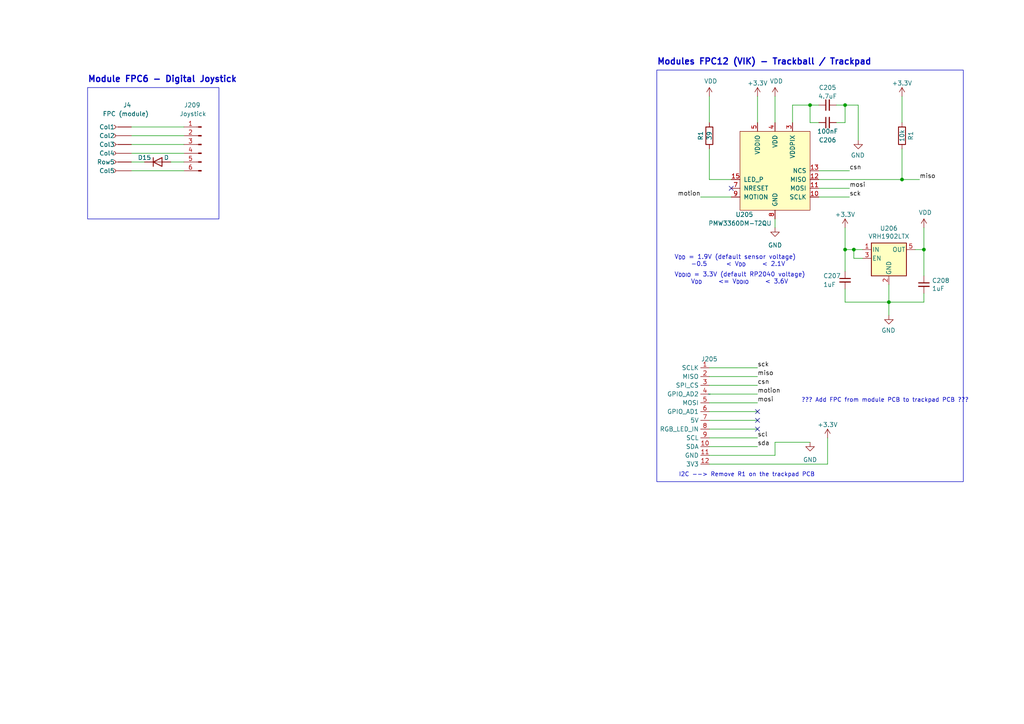
<source format=kicad_sch>
(kicad_sch (version 20230121) (generator eeschema)
  (paper "A4")
  (lib_symbols
    (symbol "Connector:Conn_01x06_Pin" (pin_names (offset 1.016) hide)
      (property "Reference" "J" (at 0 7.62 0))
      (property "Value" "Conn_01x06_Pin" (at 0 -10.16 0))
      (symbol "Conn_01x06_Pin_1_1"
        (polyline (pts (xy 1.27 -7.62) (xy 0.8636 -7.62)) (stroke (width 0.1524)))
        (polyline (pts (xy 1.27 -5.08) (xy 0.8636 -5.08)) (stroke (width 0.1524)))
        (polyline (pts (xy 1.27 -2.54) (xy 0.8636 -2.54)) (stroke (width 0.1524)))
        (polyline (pts (xy 1.27 0) (xy 0.8636 0)) (stroke (width 0.1524)))
        (polyline (pts (xy 1.27 2.54) (xy 0.8636 2.54)) (stroke (width 0.1524)))
        (polyline (pts (xy 1.27 5.08) (xy 0.8636 5.08)) (stroke (width 0.1524)))
        (rectangle (start 0.8636 -7.493) (end 0 -7.747) (stroke (width 0.1524)) (fill (type outline)))
        (rectangle (start 0.8636 -4.953) (end 0 -5.207) (stroke (width 0.1524)) (fill (type outline)))
        (rectangle (start 0.8636 -2.413) (end 0 -2.667) (stroke (width 0.1524)) (fill (type outline)))
        (rectangle (start 0.8636 0.127) (end 0 -0.127) (stroke (width 0.1524)) (fill (type outline)))
        (rectangle (start 0.8636 2.667) (end 0 2.413) (stroke (width 0.1524)) (fill (type outline)))
        (rectangle (start 0.8636 5.207) (end 0 4.953) (stroke (width 0.1524)) (fill (type outline)))
        (pin passive line (at 5.08 5.08 180) (length 3.81) (name "Pin_1") (number "1"))
        (pin passive line (at 5.08 2.54 180) (length 3.81) (name "Pin_2") (number "2"))
        (pin passive line (at 5.08 0 180) (length 3.81) (name "Pin_3") (number "3"))
        (pin passive line (at 5.08 -2.54 180) (length 3.81) (name "Pin_4") (number "4"))
        (pin passive line (at 5.08 -5.08 180) (length 3.81) (name "Pin_5") (number "5"))
        (pin passive line (at 5.08 -7.62 180) (length 3.81) (name "Pin_6") (number "6"))
      )
    )
    (symbol "Connector:Conn_01x06_Socket" (pin_numbers hide) (pin_names (offset 1.016))
      (property "Reference" "J207" (at -5.08 11.43 0))
      (property "Value" "FPC (module)" (at -10.16 8.89 0))
      (symbol "Conn_01x06_Socket_1_1"
        (arc (start 0 -7.112) (mid -0.5058 -7.62) (end 0 -8.128) (stroke (width 0.1524)))
        (arc (start 0 -4.572) (mid -0.5058 -5.08) (end 0 -5.588) (stroke (width 0.1524)))
        (arc (start 0 -2.032) (mid -0.5058 -2.54) (end 0 -3.048) (stroke (width 0.1524)))
        (polyline (pts (xy -1.27 -7.62) (xy -0.508 -7.62)) (stroke (width 0.1524)))
        (polyline (pts (xy -1.27 -5.08) (xy -0.508 -5.08)) (stroke (width 0.1524)))
        (polyline (pts (xy -1.27 -2.54) (xy -0.508 -2.54)) (stroke (width 0.1524)))
        (polyline (pts (xy -1.27 0) (xy -0.508 0)) (stroke (width 0.1524)))
        (polyline (pts (xy -1.27 2.54) (xy -0.508 2.54)) (stroke (width 0.1524)))
        (polyline (pts (xy -1.27 5.08) (xy -0.508 5.08)) (stroke (width 0.1524)))
        (arc (start 0 0.508) (mid -0.5058 0) (end 0 -0.508) (stroke (width 0.1524)))
        (arc (start 0 3.048) (mid -0.5058 2.54) (end 0 2.032) (stroke (width 0.1524)))
        (arc (start 0 5.588) (mid -0.5058 5.08) (end 0 4.572) (stroke (width 0.1524)))
        (pin passive line (at -5.08 5.08 0) (length 3.81) (name "Pin_1") (number "1") (alternate "Col1" input line))
        (pin passive line (at -5.08 2.54 0) (length 3.81) (name "Pin_2") (number "2") (alternate "Col2" input line))
        (pin passive line (at -5.08 0 0) (length 3.81) (name "Pin_3") (number "3") (alternate "Col3" input line))
        (pin passive line (at -5.08 -2.54 0) (length 3.81) (name "Pin_4") (number "4") (alternate "Col4" input line))
        (pin passive line (at -5.08 -5.08 0) (length 3.81) (name "Pin_5") (number "5") (alternate "Row5" output line))
        (pin passive line (at -5.08 -7.62 0) (length 3.81) (name "Pin_6") (number "6") (alternate "Col5" input line))
      )
    )
    (symbol "Device:C_Small" (pin_numbers hide) (pin_names (offset 0.254) hide)
      (property "Reference" "C" (at 0.254 1.778 0))
      (property "Value" "C_Small" (at 0.254 -2.032 0))
      (symbol "C_Small_0_1"
        (polyline (pts (xy -1.524 -0.508) (xy 1.524 -0.508)) (stroke (width 0.3302)))
        (polyline (pts (xy -1.524 0.508) (xy 1.524 0.508)) (stroke (width 0.3048)))
      )
      (symbol "C_Small_1_1"
        (pin passive line (at 0 2.54 270) (length 2.032) (name "~") (number "1"))
        (pin passive line (at 0 -2.54 90) (length 2.032) (name "~") (number "2"))
      )
    )
    (symbol "Device:D" (pin_numbers hide) (pin_names (offset 1.016) hide)
      (property "Reference" "D" (at 0 2.54 0))
      (property "Value" "D" (at 0 -2.54 0))
      (symbol "D_0_1"
        (polyline (pts (xy -1.27 1.27) (xy -1.27 -1.27)) (stroke (width 0.254)))
        (polyline (pts (xy 1.27 0) (xy -1.27 0)))
        (polyline (pts (xy 1.27 1.27) (xy 1.27 -1.27) (xy -1.27 0) (xy 1.27 1.27)) (stroke (width 0.254)))
      )
      (symbol "D_1_1"
        (pin passive line (at -3.81 0 0) (length 2.54) (name "K") (number "1"))
        (pin passive line (at 3.81 0 180) (length 2.54) (name "A") (number "2"))
      )
    )
    (symbol "Device:R" (pin_numbers hide) (pin_names (offset 0))
      (property "Reference" "R" (at 2.032 0 90))
      (property "Value" "R" (at 0 0 90))
      (symbol "R_0_1"
        (rectangle (start -1.016 -2.54) (end 1.016 2.54) (stroke (width 0.254)))
      )
      (symbol "R_1_1"
        (pin passive line (at 0 3.81 270) (length 1.27) (name "~") (number "1"))
        (pin passive line (at 0 -3.81 90) (length 1.27) (name "~") (number "2"))
      )
    )
    (symbol "Echinos:PMW3360DM-T2QU" (pin_names (offset 1.016))
      (property "Reference" "U8" (at -7.62 -13.97 0))
      (property "Value" "PMW3360DM-T2QU" (at 10.16 -13.97 0))
      (symbol "PMW3360DM-T2QU_0_1"
        (rectangle (start -10.16 10.16) (end 10.16 -12.7) (fill (type background)))
      )
      (symbol "PMW3360DM-T2QU_1_1"
        (pin no_connect line (at -12.7 0 0) (length 2.54) hide (name "NC") (number "1"))
        (pin input line (at 12.7 -8.89 180) (length 2.54) (name "SCLK") (number "10"))
        (pin input line (at 12.7 -6.35 180) (length 2.54) (name "MOSI") (number "11"))
        (pin output line (at 12.7 -3.81 180) (length 2.54) (name "MISO") (number "12"))
        (pin input line (at 12.7 -1.27 180) (length 2.54) (name "NCS") (number "13"))
        (pin no_connect line (at -12.7 10.16 0) (length 2.54) hide (name "NC") (number "14"))
        (pin input line (at -12.7 -3.81 0) (length 2.54) (name "LED_P") (number "15"))
        (pin no_connect line (at -12.7 2.54 0) (length 2.54) hide (name "NC") (number "16"))
        (pin no_connect line (at -12.7 5.08 0) (length 2.54) hide (name "NC") (number "2"))
        (pin power_in line (at 5.08 12.7 270) (length 2.54) (name "VDDPIX") (number "3"))
        (pin power_in line (at 0 12.7 270) (length 2.54) (name "VDD") (number "4"))
        (pin power_in line (at -5.08 12.7 270) (length 2.54) (name "VDDIO") (number "5"))
        (pin no_connect line (at -12.7 7.62 0) (length 2.54) hide (name "NC") (number "6"))
        (pin input line (at -12.7 -6.35 0) (length 2.54) (name "NRESET") (number "7"))
        (pin power_in line (at 0 -15.24 90) (length 2.54) (name "GND") (number "8"))
        (pin output line (at -12.7 -8.89 0) (length 2.54) (name "MOTION") (number "9"))
      )
    )
    (symbol "Regulator_Linear:TLV70019_SOT23-5" (pin_names (offset 0.254))
      (property "Reference" "U" (at -3.81 5.715 0))
      (property "Value" "TLV70019_SOT23-5" (at 0 5.715 0))
      (symbol "TLV70019_SOT23-5_0_1"
        (rectangle (start -5.08 4.445) (end 5.08 -5.08) (stroke (width 0.254)) (fill (type background)))
      )
      (symbol "TLV70019_SOT23-5_1_1"
        (pin power_in line (at -7.62 2.54 0) (length 2.54) (name "IN") (number "1"))
        (pin power_in line (at 0 -7.62 90) (length 2.54) (name "GND") (number "2"))
        (pin input line (at -7.62 0 0) (length 2.54) (name "EN") (number "3"))
        (pin no_connect line (at 5.08 0 180) (length 2.54) hide (name "NC") (number "4"))
        (pin power_out line (at 7.62 2.54 180) (length 2.54) (name "OUT") (number "5"))
      )
    )
    (symbol "Vik:vik-module-connector"
      (property "Reference" "J" (at 0 17.78 0))
      (symbol "vik-module-connector_1_1"
        (pin input line (at 0 13.97 0) (length 2.54) (name "SCLK") (number "1"))
        (pin input line (at 0 -8.89 0) (length 2.54) (name "SDA") (number "10"))
        (pin power_in line (at 0 -11.43 0) (length 2.54) (name "GND") (number "11"))
        (pin power_in line (at 0 -13.97 0) (length 2.54) (name "3V3") (number "12"))
        (pin input line (at 0 11.43 0) (length 2.54) (name "MISO") (number "2"))
        (pin input line (at 0 8.89 0) (length 2.54) (name "SPI_CS") (number "3"))
        (pin input line (at 0 6.35 0) (length 2.54) (name "GPIO_AD2") (number "4"))
        (pin input line (at 0 3.81 0) (length 2.54) (name "MOSI") (number "5"))
        (pin input line (at 0 1.27 0) (length 2.54) (name "GPIO_AD1") (number "6"))
        (pin power_in line (at 0 -1.27 0) (length 2.54) (name "5V") (number "7"))
        (pin input line (at 0 -3.81 0) (length 2.54) (name "RGB_LED_IN") (number "8"))
        (pin input line (at 0 -6.35 0) (length 2.54) (name "SCL") (number "9"))
      )
    )
    (symbol "power:+3.3V" (power) (pin_names (offset 0))
      (property "Value" "+3.3V" (at 0 3.556 0))
      (symbol "+3.3V_0_1"
        (polyline (pts (xy -0.762 1.27) (xy 0 2.54)))
        (polyline (pts (xy 0 0) (xy 0 2.54)))
        (polyline (pts (xy 0 2.54) (xy 0.762 1.27)))
      )
      (symbol "+3.3V_1_1"
        (pin power_in line (at 0 0 90) (length 0) hide (name "+3.3V") (number "1"))
      )
    )
    (symbol "power:GND" (power) (pin_names (offset 0))
      (property "Value" "GND" (at 0 -3.81 0))
      (symbol "GND_0_1"
        (polyline (pts (xy 0 0) (xy 0 -1.27) (xy 1.27 -1.27) (xy 0 -2.54) (xy -1.27 -1.27) (xy 0 -1.27)))
      )
      (symbol "GND_1_1"
        (pin power_in line (at 0 0 270) (length 0) hide (name "GND") (number "1"))
      )
    )
    (symbol "power:VDD" (power) (pin_names (offset 0))
      (property "Value" "VDD" (at 0 3.81 0))
      (symbol "VDD_0_1"
        (polyline (pts (xy -0.762 1.27) (xy 0 2.54)))
        (polyline (pts (xy 0 0) (xy 0 2.54)))
        (polyline (pts (xy 0 2.54) (xy 0.762 1.27)))
      )
      (symbol "VDD_1_1"
        (pin power_in line (at 0 0 90) (length 0) hide (name "VDD") (number "1"))
      )
    )
  )
  (junction (at 245.11 72.39))
  (junction (at 257.81 87.63))
  (junction (at 245.11 30.48))
  (junction (at 261.62 52.07))
  (junction (at 267.97 72.39))
  (junction (at 247.65 72.39))
  (junction (at 234.95 30.48))
  (no_connect (at 212.09 54.61))
  (no_connect (at 219.71 121.92))
  (no_connect (at 219.71 119.38))
  (no_connect (at 219.71 124.46))
  (wire (pts (xy 219.71 127) (xy 205.74 127)))
  (wire (pts (xy 245.11 83.82) (xy 245.11 87.63)))
  (wire (pts (xy 224.79 63.5) (xy 224.79 66.04)))
  (wire (pts (xy 257.81 91.44) (xy 257.81 87.63)))
  (wire (pts (xy 245.11 87.63) (xy 257.81 87.63)))
  (wire (pts (xy 248.92 30.48) (xy 245.11 30.48)))
  (wire (pts (xy 219.71 111.76) (xy 205.74 111.76)))
  (wire (pts (xy 38.1 49.53) (xy 53.34 49.53)))
  (wire (pts (xy 49.53 46.99) (xy 53.34 46.99)))
  (wire (pts (xy 38.1 41.91) (xy 53.34 41.91)))
  (wire (pts (xy 219.71 109.22) (xy 205.74 109.22)))
  (wire (pts (xy 219.71 119.38) (xy 205.74 119.38)))
  (wire (pts (xy 234.95 35.56) (xy 237.49 35.56)))
  (wire (pts (xy 203.2 57.15) (xy 212.09 57.15)))
  (wire (pts (xy 237.49 52.07) (xy 261.62 52.07)))
  (wire (pts (xy 38.1 36.83) (xy 53.34 36.83)))
  (wire (pts (xy 205.74 52.07) (xy 205.74 43.18)))
  (wire (pts (xy 219.71 106.68) (xy 205.74 106.68)))
  (wire (pts (xy 38.1 44.45) (xy 53.34 44.45)))
  (wire (pts (xy 240.03 134.62) (xy 205.74 134.62)))
  (wire (pts (xy 242.57 35.56) (xy 245.11 35.56)))
  (wire (pts (xy 224.79 27.94) (xy 224.79 35.56)))
  (wire (pts (xy 234.95 30.48) (xy 234.95 35.56)))
  (wire (pts (xy 38.1 46.99) (xy 41.91 46.99)))
  (wire (pts (xy 267.97 66.04) (xy 267.97 72.39)))
  (wire (pts (xy 267.97 80.01) (xy 267.97 72.39)))
  (wire (pts (xy 245.11 66.04) (xy 245.11 72.39)))
  (wire (pts (xy 234.95 30.48) (xy 237.49 30.48)))
  (wire (pts (xy 224.79 132.08) (xy 224.79 128.27)))
  (wire (pts (xy 237.49 49.53) (xy 246.38 49.53)))
  (wire (pts (xy 229.87 30.48) (xy 234.95 30.48)))
  (wire (pts (xy 247.65 72.39) (xy 250.19 72.39)))
  (wire (pts (xy 257.81 87.63) (xy 257.81 82.55)))
  (wire (pts (xy 219.71 129.54) (xy 205.74 129.54)))
  (wire (pts (xy 247.65 74.93) (xy 250.19 74.93)))
  (wire (pts (xy 245.11 78.74) (xy 245.11 72.39)))
  (wire (pts (xy 248.92 40.64) (xy 248.92 30.48)))
  (wire (pts (xy 224.79 132.08) (xy 205.74 132.08)))
  (wire (pts (xy 261.62 52.07) (xy 266.7 52.07)))
  (wire (pts (xy 219.71 35.56) (xy 219.71 27.94)))
  (wire (pts (xy 219.71 114.3) (xy 205.74 114.3)))
  (wire (pts (xy 240.03 127) (xy 240.03 134.62)))
  (wire (pts (xy 245.11 35.56) (xy 245.11 30.48)))
  (wire (pts (xy 205.74 121.92) (xy 219.71 121.92)))
  (wire (pts (xy 267.97 85.09) (xy 267.97 87.63)))
  (wire (pts (xy 267.97 87.63) (xy 257.81 87.63)))
  (wire (pts (xy 38.1 39.37) (xy 53.34 39.37)))
  (wire (pts (xy 247.65 74.93) (xy 247.65 72.39)))
  (wire (pts (xy 237.49 57.15) (xy 246.38 57.15)))
  (wire (pts (xy 245.11 30.48) (xy 242.57 30.48)))
  (wire (pts (xy 267.97 72.39) (xy 265.43 72.39)))
  (wire (pts (xy 205.74 27.94) (xy 205.74 35.56)))
  (wire (pts (xy 237.49 54.61) (xy 246.38 54.61)))
  (wire (pts (xy 219.71 124.46) (xy 205.74 124.46)))
  (wire (pts (xy 212.09 52.07) (xy 205.74 52.07)))
  (wire (pts (xy 261.62 43.18) (xy 261.62 52.07)))
  (wire (pts (xy 229.87 30.48) (xy 229.87 35.56)))
  (wire (pts (xy 261.62 27.94) (xy 261.62 35.56)))
  (wire (pts (xy 224.79 128.27) (xy 234.95 128.27)))
  (wire (pts (xy 247.65 72.39) (xy 245.11 72.39)))
  (wire (pts (xy 219.71 116.84) (xy 205.74 116.84)))
  (rectangle (start 25.4 25.4) (end 63.5 63.5))
  (rectangle (start 190.5 20.32) (end 279.4 139.7))
  (text "V_{DDIO} = 3.3V (default RP2040 voltage)\n	V_{DD}	<= V_{DDIO}	< 3.6V" (at 195.58 82.55 0) (effects (font (size 1.27 1.27)) (justify left bottom)))
  (text "Module FPC6 - Digital Joystick" (at 25.4 24.13 0) (effects (font (size 1.778 1.778) (thickness 0.3556) bold) (justify left bottom)))
  (text "??? Add FPC from module PCB to trackpad PCB ???" (at 232.41 116.84 0) (effects (font (size 1.2 1.2)) (justify left bottom)))
  (text "Modules FPC12 (VIK) - Trackball / Trackpad" (at 190.5 19.05 0) (effects (font (size 1.778 1.778) (thickness 0.3556) bold) (justify left bottom)))
  (text "I2C --> Remove R1 on the trackpad PCB" (at 196.85 138.43 0) (effects (font (size 1.2 1.2)) (justify left bottom)))
  (text "V_{DD} = 1.9V (default sensor voltage)\n	-0.5	< V_{DD}	< 2.1V" (at 195.58 77.47 0) (effects (font (size 1.27 1.27)) (justify left bottom)))
  (label "motion" (at 219.71 114.3 0))
  (label "miso" (at 266.7 52.07 0))
  (label "csn" (at 246.38 49.53 0))
  (label "sda" (at 219.71 129.54 0))
  (label "mosi" (at 219.71 116.84 0))
  (label "sck" (at 219.71 106.68 0))
  (label "scl" (at 219.71 127 0))
  (label "mosi" (at 246.38 54.61 0))
  (label "csn" (at 219.71 111.76 0))
  (label "miso" (at 219.71 109.22 0))
  (label "sck" (at 246.38 57.15 0))
  (label "motion" (at 203.2 57.15 180))
  (symbol (lib_id "power:VDD") (at 224.79 27.94 0) (unit 1)
    (property "Reference" "#PWR0209" (effects hide))
    (property "Value" "VDD" (at 225.171 23.5458 0))
  )
  (symbol (lib_id "power:GND") (at 248.92 40.64 0) (mirror y) (unit 1)
    (property "Reference" "#PWR0211" (effects hide))
    (property "Value" "GND" (at 248.793 45.0342 0))
  )
  (symbol (lib_id "Device:R") (at 261.62 39.37 0) (unit 1)
    (property "Reference" "R1" (at 264.16 39.37 90))
    (property "Value" "10k" (at 261.62 39.37 90))
    (property "Footprint" "Resistor_SMD:R_0603_1608Metric_Pad0.98x0.95mm_HandSolder" (effects hide))
    (property "Datasheet" "1608 = C161787 | 2012 = C510098" (effects hide))
    (property "LCSC" "C161787" (effects hide))
    (instances (project "Echinos" (path "" (reference "R1") (unit 1)) (path "" (reference "R11") (unit 1)) (path "" (reference "R208") (unit 1))) (project "Echinos" (path "" (reference "R6") (unit 1))))
  )
  (symbol (lib_id "power:VDD") (at 267.97 66.04 0) (unit 1)
    (property "Reference" "#PWR0215" (effects hide))
    (property "Value" "VDD" (at 268.351 61.6458 0))
  )
  (symbol (lib_id "Connector:Conn_01x06_Pin") (at 58.42 41.91 0) (mirror y) (unit 1)
    (property "Reference" "J209" (at 53.34 30.48 0) (effects (justify right)))
    (property "Value" "Joystick" (at 52.07 33.02 0) (effects (justify right)))
    (property "Footprint" "Echinos:Joystick_Alps_SKRHACE010" (effects hide))
  )
  (symbol (lib_id "Echinos:PMW3360DM-T2QU") (at 224.79 48.26 0) (unit 1)
    (property "Reference" "U205" (at 215.9 62.23 0))
    (property "Value" "PMW3360DM-T2QU" (at 214.63 64.77 0))
    (property "Footprint" "Echinos:IC_PMW3360DM-T2QU" (effects hide))
  )
  (symbol (lib_id "power:GND") (at 234.95 128.27 0) (unit 1)
    (property "Reference" "#PWR011" (effects hide))
    (property "Value" "GND" (at 234.95 133.35 0))
    (instances (project "Echinos" (path "" (reference "#PWR011") (unit 1)) (path "" (reference "#PWR0216") (unit 1)) (path "" (reference "#PWR0216") (unit 1))))
  )
  (symbol (lib_id "Device:D") (at 45.72 46.99 0) (unit 1)
    (property "Reference" "D15" (at 41.91 45.72 0))
    (property "Value" "D" (at 48.26 45.72 0))
    (property "Footprint" "Echinos:D_SOD123" (effects hide))
    (property "LCSC" "C369920" (effects hide))
    (property "Sim.Device" "D" (effects hide))
    (property "Sim.Pins" "1=K 2=A" (effects hide))
    (instances (project "Echinos" (path "" (reference "D15") (unit 1)) (path "" (reference "D205") (unit 1)) (path "" (reference "D205") (unit 1))))
  )
  (symbol (lib_id "power:VDD") (at 205.74 27.94 0) (unit 1)
    (property "Reference" "#PWR0207" (effects hide))
    (property "Value" "VDD" (at 206.121 23.5458 0))
  )
  (symbol (lib_id "Vik:vik-module-connector") (at 205.74 120.65 0) (mirror y) (unit 1)
    (property "Reference" "J205" (at 205.74 104.14 0))
    (property "Value" "~" (at 205.74 114.3 0))
    (property "Footprint" "Connector_FFC-FPC:Hirose_FH12-12S-0.5SH_1x12-1MP_P0.50mm_Horizontal" (effects hide))
  )
  (symbol (lib_id "Regulator_Linear:TLV70019_SOT23-5") (at 257.81 74.93 0) (unit 1)
    (property "Reference" "U206" (at 257.81 66.2432 0))
    (property "Value" "VRH1902LTX" (at 257.81 68.5546 0))
    (property "Footprint" "Package_TO_SOT_SMD:SOT-23-5_HandSoldering" (effects hide))
    (property "Datasheet" "http://www.ti.com/lit/ds/symlink/tlv700.pdf" (effects hide))
    (property "LCSC" "C697975" (effects hide))
    (property "JLCPCB Rotation Offset" "-90" (effects hide))
  )
  (symbol (lib_id "power:+3.3V") (at 240.03 127 0) (unit 1)
    (property "Reference" "#PWR033" (effects hide))
    (property "Value" "+3.3V" (at 240.03 123.19 0))
    (instances (project "Echinos" (path "" (reference "#PWR033") (unit 1)) (path "" (reference "#PWR0217") (unit 1)) (path "" (reference "#PWR0217") (unit 1))) (project "Echinos" (path "" (reference "#PWR08") (unit 1))))
  )
  (symbol (lib_id "Device:C_Small") (at 240.03 35.56 90) (mirror x) (unit 1)
    (property "Reference" "C206" (at 240.03 40.64 90))
    (property "Value" "100nF" (at 240.03 38.1 90))
    (property "Footprint" "Capacitor_SMD:C_0603_1608Metric_Pad1.08x0.95mm_HandSolder" (effects hide))
    (property "LCSC" "C14663" (effects hide))
  )
  (symbol (lib_id "Device:R") (at 205.74 39.37 0) (mirror y) (unit 1)
    (property "Reference" "R1" (at 203.2 39.37 90))
    (property "Value" "39" (at 205.74 39.37 90))
    (property "Footprint" "Resistor_SMD:R_0603_1608Metric_Pad0.98x0.95mm_HandSolder" (effects hide))
    (property "Datasheet" "1608 = C218000 | 2012 = C2828835" (effects hide))
    (property "LCSC" "C218000" (effects hide))
    (instances (project "Echinos" (path "" (reference "R1") (unit 1)) (path "" (reference "R11") (unit 1)) (path "" (reference "R207") (unit 1))) (project "Echinos" (path "" (reference "R6") (unit 1))))
  )
  (symbol (lib_id "power:+3.3V") (at 245.11 66.04 0) (unit 1)
    (property "Reference" "#PWR0213" (effects hide))
    (property "Value" "+3.3V" (at 245.11 62.23 0))
  )
  (symbol (lib_id "Device:C_Small") (at 267.97 82.55 0) (unit 1)
    (property "Reference" "C208" (at 270.3068 81.3816 0) (effects (justify left)))
    (property "Value" "1uF" (at 270.3068 83.693 0) (effects (justify left)))
    (property "Footprint" "Capacitor_SMD:C_0603_1608Metric_Pad1.08x0.95mm_HandSolder" (effects hide))
    (property "LCSC" "C15849" (effects hide))
  )
  (symbol (lib_id "Connector:Conn_01x06_Socket") (at 33.02 41.91 0) (mirror y) (unit 1)
    (property "Reference" "J4" (at 38.1 30.48 0) (effects (justify left)))
    (property "Value" "FPC (module)" (at 43.18 33.02 0) (effects (justify left)))
    (property "Footprint" "Connector_FFC-FPC:Hirose_FH12-6S-0.5SH_1x06-1MP_P0.50mm_Horizontal" (effects hide))
    (pin "1" (alternate "Col1"))
    (pin "2" (alternate "Col2"))
    (pin "3" (alternate "Col3"))
    (pin "4" (alternate "Col4"))
    (pin "5" (alternate "Row5"))
    (pin "6" (alternate "Col5"))
    (instances (project "Echinos" (path "" (reference "J4") (unit 1)) (path "" (reference "J4") (unit 1)) (path "" (reference "J207") (unit 1)) (path "" (reference "J207") (unit 1))))
  )
  (symbol (lib_id "power:+3.3V") (at 219.71 27.94 0) (unit 1)
    (property "Reference" "#PWR0208" (effects hide))
    (property "Value" "+3.3V" (at 219.71 24.13 0))
  )
  (symbol (lib_id "Device:C_Small") (at 240.03 30.48 90) (mirror x) (unit 1)
    (property "Reference" "C205" (at 240.03 25.4 90))
    (property "Value" "4.7uF" (at 240.03 27.94 90))
    (property "Footprint" "Capacitor_SMD:C_0603_1608Metric_Pad1.08x0.95mm_HandSolder" (effects hide))
    (property "LCSC" "C19666" (effects hide))
  )
  (symbol (lib_id "power:GND") (at 224.79 66.04 0) (unit 1)
    (property "Reference" "#PWR0210" (effects hide))
    (property "Value" "GND" (at 224.79 71.12 0))
  )
  (symbol (lib_id "power:GND") (at 257.81 91.44 0) (mirror y) (unit 1)
    (property "Reference" "#PWR0214" (effects hide))
    (property "Value" "GND" (at 257.683 95.8342 0))
  )
  (symbol (lib_id "Device:C_Small") (at 245.11 81.28 0) (unit 1)
    (property "Reference" "C207" (at 238.76 80.01 0) (effects (justify left)))
    (property "Value" "1uF" (at 238.76 82.55 0) (effects (justify left)))
    (property "Footprint" "Capacitor_SMD:C_0603_1608Metric_Pad1.08x0.95mm_HandSolder" (effects hide))
    (property "LCSC" "C15849" (effects hide))
  )
  (symbol (lib_id "power:+3.3V") (at 261.62 27.94 0) (unit 1)
    (property "Reference" "#PWR0212" (effects hide))
    (property "Value" "+3.3V" (at 261.62 24.13 0))
  )
)
</source>
